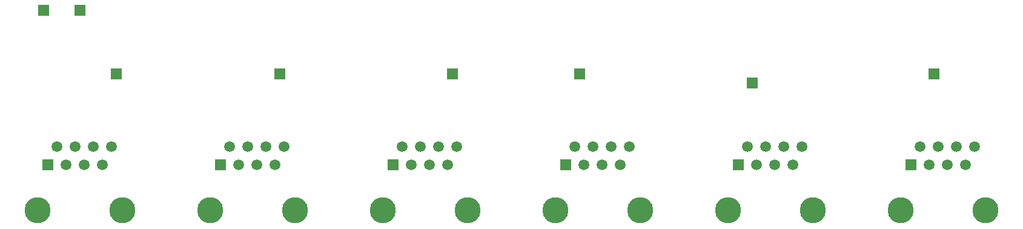
<source format=gtl>
G04 (created by PCBNEW (2013-may-18)-stable) date dom 18 oct 2015 20:31:16 CDT*
%MOIN*%
G04 Gerber Fmt 3.4, Leading zero omitted, Abs format*
%FSLAX34Y34*%
G01*
G70*
G90*
G04 APERTURE LIST*
%ADD10C,0.00590551*%
%ADD11C,0.1437*%
%ADD12R,0.0591X0.0591*%
%ADD13C,0.0591*%
%ADD14R,0.06X0.06*%
G04 APERTURE END LIST*
G54D10*
G54D11*
X31838Y-47500D03*
X27165Y-47500D03*
G54D12*
X27750Y-45000D03*
G54D13*
X28250Y-44000D03*
X28750Y-45000D03*
X29250Y-44000D03*
X29750Y-45000D03*
X30250Y-44000D03*
X30750Y-45000D03*
X31250Y-44000D03*
G54D11*
X41338Y-47500D03*
X36665Y-47500D03*
G54D12*
X37250Y-45000D03*
G54D13*
X37750Y-44000D03*
X38250Y-45000D03*
X38750Y-44000D03*
X39250Y-45000D03*
X39750Y-44000D03*
X40250Y-45000D03*
X40750Y-44000D03*
G54D11*
X50838Y-47500D03*
X46165Y-47500D03*
G54D12*
X46750Y-45000D03*
G54D13*
X47250Y-44000D03*
X47750Y-45000D03*
X48250Y-44000D03*
X48750Y-45000D03*
X49250Y-44000D03*
X49750Y-45000D03*
X50250Y-44000D03*
G54D11*
X60338Y-47500D03*
X55665Y-47500D03*
G54D12*
X56250Y-45000D03*
G54D13*
X56750Y-44000D03*
X57250Y-45000D03*
X57750Y-44000D03*
X58250Y-45000D03*
X58750Y-44000D03*
X59250Y-45000D03*
X59750Y-44000D03*
G54D11*
X69838Y-47500D03*
X65165Y-47500D03*
G54D12*
X65750Y-45000D03*
G54D13*
X66250Y-44000D03*
X66750Y-45000D03*
X67250Y-44000D03*
X67750Y-45000D03*
X68250Y-44000D03*
X68750Y-45000D03*
X69250Y-44000D03*
G54D11*
X79338Y-47500D03*
X74665Y-47500D03*
G54D12*
X75250Y-45000D03*
G54D13*
X75750Y-44000D03*
X76250Y-45000D03*
X76750Y-44000D03*
X77250Y-45000D03*
X77750Y-44000D03*
X78250Y-45000D03*
X78750Y-44000D03*
G54D14*
X50000Y-40000D03*
X76500Y-40000D03*
X31500Y-40000D03*
X40500Y-40000D03*
X27500Y-36500D03*
X29500Y-36500D03*
X57000Y-40000D03*
X66500Y-40500D03*
M02*

</source>
